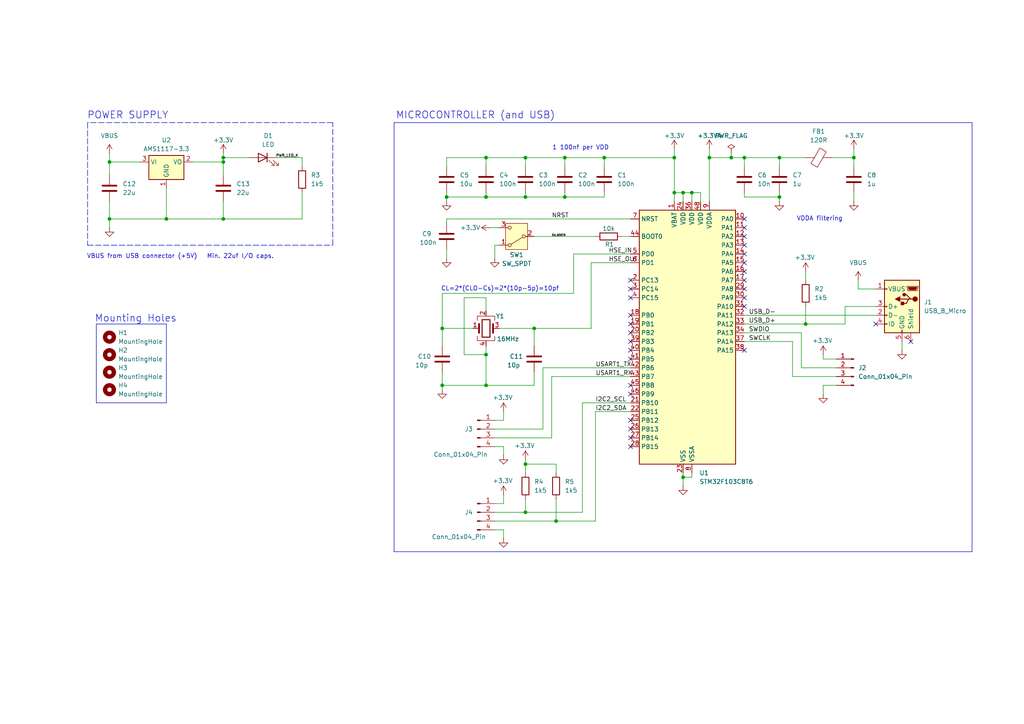
<source format=kicad_sch>
(kicad_sch (version 20231120) (generator "eeschema") (generator_version "8.0")
  (paper "A4")
  (title_block (title "STM32-F1") (date "2024-12-25") (company "WINTERS"))
  (lib_symbols
    (symbol "Connector:Conn_01x04_Pin" (pin_names (offset 1.016) hide)
      (property "Reference" "J" (at 0 5.08 0))
      (property "Value" "Conn_01x04_Pin" (at 0 -7.62 0))
      (symbol "Conn_01x04_Pin_1_1"
        (polyline (pts (xy 1.27 -5.08) (xy 0.8636 -5.08)) (stroke (width 0.1524)))
        (polyline (pts (xy 1.27 -2.54) (xy 0.8636 -2.54)) (stroke (width 0.1524)))
        (polyline (pts (xy 1.27 0) (xy 0.8636 0)) (stroke (width 0.1524)))
        (polyline (pts (xy 1.27 2.54) (xy 0.8636 2.54)) (stroke (width 0.1524)))
        (rectangle (start 0.8636 -4.953) (end 0 -5.207) (stroke (width 0.1524)) (fill (type outline)))
        (rectangle (start 0.8636 -2.413) (end 0 -2.667) (stroke (width 0.1524)) (fill (type outline)))
        (rectangle (start 0.8636 0.127) (end 0 -0.127) (stroke (width 0.1524)) (fill (type outline)))
        (rectangle (start 0.8636 2.667) (end 0 2.413) (stroke (width 0.1524)) (fill (type outline)))
        (pin passive line (at 5.08 2.54 180) (length 3.81) (name "Pin_1") (number "1"))
        (pin passive line (at 5.08 0 180) (length 3.81) (name "Pin_2") (number "2"))
        (pin passive line (at 5.08 -2.54 180) (length 3.81) (name "Pin_3") (number "3"))
        (pin passive line (at 5.08 -5.08 180) (length 3.81) (name "Pin_4") (number "4"))
      )
    )
    (symbol "Connector:USB_B_Micro" (pin_names (offset 1.016))
      (property "Reference" "J" (at -5.08 11.43 0))
      (property "Value" "USB_B_Micro" (at -5.08 8.89 0))
      (symbol "USB_B_Micro_0_1"
        (rectangle (start -5.08 -7.62) (end 5.08 7.62) (stroke (width 0.254)) (fill (type background)))
        (circle (center -3.81 2.159) (radius 0.635) (stroke (width 0.254)) (fill (type outline)))
        (circle (center -0.635 3.429) (radius 0.381) (stroke (width 0.254)) (fill (type outline)))
        (rectangle (start -0.127 -7.62) (end 0.127 -6.858))
        (polyline (pts (xy -1.905 2.159) (xy 0.635 2.159)) (stroke (width 0.254)))
        (polyline (pts (xy -3.175 2.159) (xy -2.54 2.159) (xy -1.27 3.429) (xy -0.635 3.429)) (stroke (width 0.254)))
        (polyline (pts (xy -2.54 2.159) (xy -1.905 2.159) (xy -1.27 0.889) (xy 0 0.889)) (stroke (width 0.254)))
        (polyline (pts (xy 0.635 2.794) (xy 0.635 1.524) (xy 1.905 2.159) (xy 0.635 2.794)) (stroke (width 0.254)) (fill (type outline)))
        (polyline (pts (xy -4.318 5.588) (xy -1.778 5.588) (xy -2.032 4.826) (xy -4.064 4.826) (xy -4.318 5.588)) (fill (type outline)))
        (polyline (pts (xy -4.699 5.842) (xy -4.699 5.588) (xy -4.445 4.826) (xy -4.445 4.572) (xy -1.651 4.572) (xy -1.651 4.826) (xy -1.397 5.588) (xy -1.397 5.842) (xy -4.699 5.842)))
        (rectangle (start 0.254 1.27) (end -0.508 0.508) (stroke (width 0.254)) (fill (type outline)))
        (rectangle (start 5.08 -5.207) (end 4.318 -4.953))
        (rectangle (start 5.08 -2.667) (end 4.318 -2.413))
        (rectangle (start 5.08 -0.127) (end 4.318 0.127))
        (rectangle (start 5.08 4.953) (end 4.318 5.207))
      )
      (symbol "USB_B_Micro_1_1"
        (pin power_out line (at 7.62 5.08 180) (length 2.54) (name "VBUS") (number "1"))
        (pin bidirectional line (at 7.62 -2.54 180) (length 2.54) (name "D-") (number "2"))
        (pin bidirectional line (at 7.62 0 180) (length 2.54) (name "D+") (number "3"))
        (pin passive line (at 7.62 -5.08 180) (length 2.54) (name "ID") (number "4"))
        (pin power_out line (at 0 -10.16 90) (length 2.54) (name "GND") (number "5"))
        (pin passive line (at -2.54 -10.16 90) (length 2.54) (name "Shield") (number "6"))
      )
    )
    (symbol "Device:C" (pin_numbers hide) (pin_names (offset 0.254))
      (property "Reference" "C" (at 0.635 2.54 0))
      (property "Value" "C" (at 0.635 -2.54 0))
      (symbol "C_0_1"
        (polyline (pts (xy -2.032 -0.762) (xy 2.032 -0.762)) (stroke (width 0.508)))
        (polyline (pts (xy -2.032 0.762) (xy 2.032 0.762)) (stroke (width 0.508)))
      )
      (symbol "C_1_1"
        (pin passive line (at 0 3.81 270) (length 2.794) (name "~") (number "1"))
        (pin passive line (at 0 -3.81 90) (length 2.794) (name "~") (number "2"))
      )
    )
    (symbol "Device:Crystal_GND24" (pin_names (offset 1.016) hide)
      (property "Reference" "Y" (at 3.175 5.08 0))
      (property "Value" "Crystal_GND24" (at 3.175 3.175 0))
      (symbol "Crystal_GND24_0_1"
        (rectangle (start -1.143 2.54) (end 1.143 -2.54) (stroke (width 0.3048)))
        (polyline (pts (xy -2.54 0) (xy -2.032 0)))
        (polyline (pts (xy -2.032 -1.27) (xy -2.032 1.27)) (stroke (width 0.508)))
        (polyline (pts (xy 0 -3.81) (xy 0 -3.556)))
        (polyline (pts (xy 0 3.556) (xy 0 3.81)))
        (polyline (pts (xy 2.032 -1.27) (xy 2.032 1.27)) (stroke (width 0.508)))
        (polyline (pts (xy 2.032 0) (xy 2.54 0)))
        (polyline (pts (xy -2.54 -2.286) (xy -2.54 -3.556) (xy 2.54 -3.556) (xy 2.54 -2.286)))
        (polyline (pts (xy -2.54 2.286) (xy -2.54 3.556) (xy 2.54 3.556) (xy 2.54 2.286)))
      )
      (symbol "Crystal_GND24_1_1"
        (pin passive line (at -3.81 0 0) (length 1.27) (name "1") (number "1"))
        (pin passive line (at 0 5.08 270) (length 1.27) (name "2") (number "2"))
        (pin passive line (at 3.81 0 180) (length 1.27) (name "3") (number "3"))
        (pin passive line (at 0 -5.08 90) (length 1.27) (name "4") (number "4"))
      )
    )
    (symbol "Device:FerriteBead" (pin_numbers hide) (pin_names (offset 0))
      (property "Reference" "FB" (at -3.81 0.635 90))
      (property "Value" "FerriteBead" (at 3.81 0 90))
      (symbol "FerriteBead_0_1"
        (polyline (pts (xy 0 -1.27) (xy 0 -1.2192)))
        (polyline (pts (xy 0 1.27) (xy 0 1.2954)))
        (polyline (pts (xy -2.7686 0.4064) (xy -1.7018 2.2606) (xy 2.7686 -0.3048) (xy 1.6764 -2.159) (xy -2.7686 0.4064)))
      )
      (symbol "FerriteBead_1_1"
        (pin passive line (at 0 3.81 270) (length 2.54) (name "~") (number "1"))
        (pin passive line (at 0 -3.81 90) (length 2.54) (name "~") (number "2"))
      )
    )
    (symbol "Device:LED" (pin_numbers hide) (pin_names (offset 1.016) hide)
      (property "Reference" "D" (at 0 2.54 0))
      (property "Value" "LED" (at 0 -2.54 0))
      (symbol "LED_0_1"
        (polyline (pts (xy -1.27 -1.27) (xy -1.27 1.27)) (stroke (width 0.254)))
        (polyline (pts (xy -1.27 0) (xy 1.27 0)))
        (polyline (pts (xy 1.27 -1.27) (xy 1.27 1.27) (xy -1.27 0) (xy 1.27 -1.27)) (stroke (width 0.254)))
        (polyline (pts (xy -3.048 -0.762) (xy -4.572 -2.286) (xy -3.81 -2.286) (xy -4.572 -2.286) (xy -4.572 -1.524)))
        (polyline (pts (xy -1.778 -0.762) (xy -3.302 -2.286) (xy -2.54 -2.286) (xy -3.302 -2.286) (xy -3.302 -1.524)))
      )
      (symbol "LED_1_1"
        (pin passive line (at -3.81 0 0) (length 2.54) (name "K") (number "1"))
        (pin passive line (at 3.81 0 180) (length 2.54) (name "A") (number "2"))
      )
    )
    (symbol "Device:R" (pin_numbers hide) (pin_names (offset 0))
      (property "Reference" "R" (at 2.032 0 90))
      (property "Value" "R" (at 0 0 90))
      (symbol "R_0_1"
        (rectangle (start -1.016 -2.54) (end 1.016 2.54) (stroke (width 0.254)))
      )
      (symbol "R_1_1"
        (pin passive line (at 0 3.81 270) (length 1.27) (name "~") (number "1"))
        (pin passive line (at 0 -3.81 90) (length 1.27) (name "~") (number "2"))
      )
    )
    (symbol "MCU_ST_STM32F1:STM32F103C8Tx"
      (property "Reference" "U" (at -12.7 39.37 0))
      (property "Value" "STM32F103C8Tx" (at 10.16 39.37 0))
      (symbol "STM32F103C8Tx_0_1"
        (rectangle (start -12.7 -35.56) (end 15.24 38.1) (stroke (width 0.254)) (fill (type background)))
      )
      (symbol "STM32F103C8Tx_1_1"
        (pin power_in line (at -2.54 40.64 270) (length 2.54) (name "VBAT") (number "1"))
        (pin bidirectional line (at 17.78 35.56 180) (length 2.54) (name "PA0") (number "10"))
        (pin bidirectional line (at 17.78 33.02 180) (length 2.54) (name "PA1") (number "11"))
        (pin bidirectional line (at 17.78 30.48 180) (length 2.54) (name "PA2") (number "12"))
        (pin bidirectional line (at 17.78 27.94 180) (length 2.54) (name "PA3") (number "13"))
        (pin bidirectional line (at 17.78 25.4 180) (length 2.54) (name "PA4") (number "14"))
        (pin bidirectional line (at 17.78 22.86 180) (length 2.54) (name "PA5") (number "15"))
        (pin bidirectional line (at 17.78 20.32 180) (length 2.54) (name "PA6") (number "16"))
        (pin bidirectional line (at 17.78 17.78 180) (length 2.54) (name "PA7") (number "17"))
        (pin bidirectional line (at -15.24 7.62 0) (length 2.54) (name "PB0") (number "18"))
        (pin bidirectional line (at -15.24 5.08 0) (length 2.54) (name "PB1") (number "19"))
        (pin bidirectional line (at -15.24 17.78 0) (length 2.54) (name "PC13") (number "2"))
        (pin bidirectional line (at -15.24 2.54 0) (length 2.54) (name "PB2") (number "20"))
        (pin bidirectional line (at -15.24 -17.78 0) (length 2.54) (name "PB10") (number "21"))
        (pin bidirectional line (at -15.24 -20.32 0) (length 2.54) (name "PB11") (number "22"))
        (pin power_in line (at 0 -38.1 90) (length 2.54) (name "VSS") (number "23"))
        (pin power_in line (at 0 40.64 270) (length 2.54) (name "VDD") (number "24"))
        (pin bidirectional line (at -15.24 -22.86 0) (length 2.54) (name "PB12") (number "25"))
        (pin bidirectional line (at -15.24 -25.4 0) (length 2.54) (name "PB13") (number "26"))
        (pin bidirectional line (at -15.24 -27.94 0) (length 2.54) (name "PB14") (number "27"))
        (pin bidirectional line (at -15.24 -30.48 0) (length 2.54) (name "PB15") (number "28"))
        (pin bidirectional line (at 17.78 15.24 180) (length 2.54) (name "PA8") (number "29"))
        (pin bidirectional line (at -15.24 15.24 0) (length 2.54) (name "PC14") (number "3"))
        (pin bidirectional line (at 17.78 12.7 180) (length 2.54) (name "PA9") (number "30"))
        (pin bidirectional line (at 17.78 10.16 180) (length 2.54) (name "PA10") (number "31"))
        (pin bidirectional line (at 17.78 7.62 180) (length 2.54) (name "PA11") (number "32"))
        (pin bidirectional line (at 17.78 5.08 180) (length 2.54) (name "PA12") (number "33"))
        (pin bidirectional line (at 17.78 2.54 180) (length 2.54) (name "PA13") (number "34"))
        (pin passive line (at 0 -38.1 90) (length 2.54) hide (name "VSS") (number "35"))
        (pin power_in line (at 2.54 40.64 270) (length 2.54) (name "VDD") (number "36"))
        (pin bidirectional line (at 17.78 0 180) (length 2.54) (name "PA14") (number "37"))
        (pin bidirectional line (at 17.78 -2.54 180) (length 2.54) (name "PA15") (number "38"))
        (pin bidirectional line (at -15.24 0 0) (length 2.54) (name "PB3") (number "39"))
        (pin bidirectional line (at -15.24 12.7 0) (length 2.54) (name "PC15") (number "4"))
        (pin bidirectional line (at -15.24 -2.54 0) (length 2.54) (name "PB4") (number "40"))
        (pin bidirectional line (at -15.24 -5.08 0) (length 2.54) (name "PB5") (number "41"))
        (pin bidirectional line (at -15.24 -7.62 0) (length 2.54) (name "PB6") (number "42"))
        (pin bidirectional line (at -15.24 -10.16 0) (length 2.54) (name "PB7") (number "43"))
        (pin input line (at -15.24 30.48 0) (length 2.54) (name "BOOT0") (number "44"))
        (pin bidirectional line (at -15.24 -12.7 0) (length 2.54) (name "PB8") (number "45"))
        (pin bidirectional line (at -15.24 -15.24 0) (length 2.54) (name "PB9") (number "46"))
        (pin passive line (at 0 -38.1 90) (length 2.54) hide (name "VSS") (number "47"))
        (pin power_in line (at 5.08 40.64 270) (length 2.54) (name "VDD") (number "48"))
        (pin bidirectional line (at -15.24 25.4 0) (length 2.54) (name "PD0") (number "5"))
        (pin bidirectional line (at -15.24 22.86 0) (length 2.54) (name "PD1") (number "6"))
        (pin input line (at -15.24 35.56 0) (length 2.54) (name "NRST") (number "7"))
        (pin power_in line (at 2.54 -38.1 90) (length 2.54) (name "VSSA") (number "8"))
        (pin power_in line (at 7.62 40.64 270) (length 2.54) (name "VDDA") (number "9"))
      )
    )
    (symbol "Mechanical:MountingHole" (pin_names (offset 1.016)) (exclude_from_sim yes) (in_bom no)
      (property "Reference" "H" (at 0 5.08 0))
      (property "Value" "MountingHole" (at 0 3.175 0))
      (symbol "MountingHole_0_1"
        (circle (center 0 0) (radius 1.27) (stroke (width 1.27)))
      )
    )
    (symbol "Regulator_Linear:AMS1117-3.3"
      (property "Reference" "U" (at -3.81 3.175 0))
      (property "Value" "AMS1117-3.3" (at 0 3.175 0))
      (symbol "AMS1117-3.3_0_1"
        (rectangle (start -5.08 -5.08) (end 5.08 1.905) (stroke (width 0.254)) (fill (type background)))
      )
      (symbol "AMS1117-3.3_1_1"
        (pin power_in line (at 0 -7.62 90) (length 2.54) (name "GND") (number "1"))
        (pin power_out line (at 7.62 0 180) (length 2.54) (name "VO") (number "2"))
        (pin power_in line (at -7.62 0 0) (length 2.54) (name "VI") (number "3"))
      )
    )
    (symbol "Switch:SW_SPDT" (pin_names (offset 0) hide)
      (property "Reference" "SW" (at 0 5.08 0))
      (property "Value" "SW_SPDT" (at 0 -5.08 0))
      (symbol "SW_SPDT_0_1"
        (circle (center -2.032 0) (radius 0.4572))
        (polyline (pts (xy -1.651 0.254) (xy 1.651 2.286)))
        (circle (center 2.032 -2.54) (radius 0.4572))
        (circle (center 2.032 2.54) (radius 0.4572))
      )
      (symbol "SW_SPDT_1_1"
        (rectangle (start -3.175 3.81) (end 3.175 -3.81) (fill (type background)))
        (pin passive line (at 5.08 2.54 180) (length 2.54) (name "A") (number "1"))
        (pin passive line (at -5.08 0 0) (length 2.54) (name "B") (number "2"))
        (pin passive line (at 5.08 -2.54 180) (length 2.54) (name "C") (number "3"))
      )
    )
    (symbol "power:+3.3V" (power) (pin_numbers hide) (pin_names (offset 0) hide)
      (property "Value" "+3.3V" (at 0 3.556 0))
      (symbol "+3.3V_0_1"
        (polyline (pts (xy -0.762 1.27) (xy 0 2.54)))
        (polyline (pts (xy 0 0) (xy 0 2.54)))
        (polyline (pts (xy 0 2.54) (xy 0.762 1.27)))
      )
      (symbol "+3.3V_1_1"
        (pin power_in line (at 0 0 90) (length 0) (name "~") (number "1"))
      )
    )
    (symbol "power:+3.3VA" (power) (pin_numbers hide) (pin_names (offset 0) hide)
      (property "Value" "+3.3VA" (at 0 3.556 0))
      (symbol "+3.3VA_0_1"
        (polyline (pts (xy -0.762 1.27) (xy 0 2.54)))
        (polyline (pts (xy 0 0) (xy 0 2.54)))
        (polyline (pts (xy 0 2.54) (xy 0.762 1.27)))
      )
      (symbol "+3.3VA_1_1"
        (pin power_in line (at 0 0 90) (length 0) (name "~") (number "1"))
      )
    )
    (symbol "power:GND" (power) (pin_numbers hide) (pin_names (offset 0) hide)
      (property "Value" "GND" (at 0 -3.81 0))
      (symbol "GND_0_1"
        (polyline (pts (xy 0 0) (xy 0 -1.27) (xy 1.27 -1.27) (xy 0 -2.54) (xy -1.27 -1.27) (xy 0 -1.27)))
      )
      (symbol "GND_1_1"
        (pin power_in line (at 0 0 270) (length 0) (name "~") (number "1"))
      )
    )
    (symbol "power:PWR_FLAG" (power) (pin_numbers hide) (pin_names (offset 0) hide)
      (property "Value" "PWR_FLAG" (at 0 3.81 0))
      (symbol "PWR_FLAG_0_0"
        (pin power_out line (at 0 0 90) (length 0) (name "~") (number "1"))
      )
      (symbol "PWR_FLAG_0_1"
        (polyline (pts (xy 0 0) (xy 0 1.27) (xy -1.016 1.905) (xy 0 2.54) (xy 1.016 1.905) (xy 0 1.27)))
      )
    )
    (symbol "power:VBUS" (power) (pin_numbers hide) (pin_names (offset 0) hide)
      (property "Value" "VBUS" (at 0 3.556 0))
      (symbol "VBUS_0_1"
        (polyline (pts (xy -0.762 1.27) (xy 0 2.54)))
        (polyline (pts (xy 0 0) (xy 0 2.54)))
        (polyline (pts (xy 0 2.54) (xy 0.762 1.27)))
      )
      (symbol "VBUS_1_1"
        (pin power_in line (at 0 0 90) (length 0) (name "~") (number "1"))
      )
    )
  )
  (junction (at 247.65 45.72))
  (junction (at 31.75 63.5))
  (junction (at 128.27 111.76))
  (junction (at 195.58 45.72))
  (junction (at 175.26 45.72))
  (junction (at 226.06 45.72))
  (junction (at 140.97 102.87))
  (junction (at 226.06 57.15))
  (junction (at 212.09 45.72))
  (junction (at 64.77 46.99))
  (junction (at 152.4 57.15))
  (junction (at 233.68 93.98))
  (junction (at 195.58 55.88))
  (junction (at 198.12 138.43))
  (junction (at 215.9 45.72))
  (junction (at 129.54 57.15))
  (junction (at 128.27 95.25))
  (junction (at 161.29 151.13))
  (junction (at 163.83 57.15))
  (junction (at 31.75 46.99))
  (junction (at 64.77 63.5))
  (junction (at 64.77 45.72))
  (junction (at 140.97 45.72))
  (junction (at 154.94 95.25))
  (junction (at 140.97 57.15))
  (junction (at 140.97 111.76))
  (junction (at 205.74 45.72))
  (junction (at 198.12 55.88))
  (junction (at 152.4 148.59))
  (junction (at 152.4 45.72))
  (junction (at 48.26 63.5))
  (junction (at 152.4 134.62))
  (junction (at 200.66 55.88))
  (junction (at 163.83 45.72))
  (no_connect (at 215.9 76.2))
  (no_connect (at 182.88 129.54))
  (no_connect (at 215.9 101.6))
  (no_connect (at 254 93.98))
  (no_connect (at 215.9 71.12))
  (no_connect (at 182.88 81.28))
  (no_connect (at 215.9 86.36))
  (no_connect (at 182.88 114.3))
  (no_connect (at 264.16 99.06))
  (no_connect (at 215.9 68.58))
  (no_connect (at 182.88 93.98))
  (no_connect (at 182.88 96.52))
  (no_connect (at 182.88 99.06))
  (no_connect (at 182.88 104.14))
  (no_connect (at 215.9 78.74))
  (no_connect (at 215.9 63.5))
  (no_connect (at 182.88 121.92))
  (no_connect (at 182.88 91.44))
  (no_connect (at 182.88 111.76))
  (no_connect (at 215.9 81.28))
  (no_connect (at 182.88 86.36))
  (no_connect (at 215.9 88.9))
  (no_connect (at 182.88 101.6))
  (no_connect (at 215.9 73.66))
  (no_connect (at 215.9 83.82))
  (no_connect (at 182.88 124.46))
  (no_connect (at 182.88 83.82))
  (no_connect (at 215.9 66.04))
  (no_connect (at 182.88 127))
  (wire (pts (xy 140.97 55.88) (xy 140.97 57.15)))
  (wire (pts (xy 146.05 146.05) (xy 146.05 143.51)))
  (wire (pts (xy 215.9 48.26) (xy 215.9 45.72)))
  (wire (pts (xy 143.51 121.92) (xy 146.05 121.92)))
  (wire (pts (xy 143.51 151.13) (xy 161.29 151.13)))
  (wire (pts (xy 245.11 88.9) (xy 245.11 93.98)))
  (wire (pts (xy 200.66 58.42) (xy 200.66 55.88)))
  (wire (pts (xy 168.91 116.84) (xy 182.88 116.84)))
  (wire (pts (xy 205.74 45.72) (xy 205.74 58.42)))
  (wire (pts (xy 129.54 48.26) (xy 129.54 45.72)))
  (wire (pts (xy 143.51 71.12) (xy 143.51 74.93)))
  (polyline (pts (xy 281.94 160.02) (xy 114.3 160.02)))
  (wire (pts (xy 154.94 95.25) (xy 154.94 100.33)))
  (wire (pts (xy 232.41 96.52) (xy 232.41 106.68)))
  (polyline (pts (xy 25.4 35.56) (xy 25.4 71.12)) (stroke (width 0) (type dash)))
  (wire (pts (xy 215.9 96.52) (xy 232.41 96.52)))
  (wire (pts (xy 64.77 58.42) (xy 64.77 63.5)))
  (wire (pts (xy 64.77 44.45) (xy 64.77 45.72)))
  (wire (pts (xy 212.09 44.45) (xy 212.09 45.72)))
  (wire (pts (xy 140.97 90.17) (xy 140.97 86.36)))
  (wire (pts (xy 238.76 114.3) (xy 238.76 111.76)))
  (wire (pts (xy 215.9 55.88) (xy 215.9 57.15)))
  (wire (pts (xy 261.62 99.06) (xy 261.62 101.6)))
  (wire (pts (xy 180.34 68.58) (xy 182.88 68.58)))
  (wire (pts (xy 172.72 119.38) (xy 182.88 119.38)))
  (wire (pts (xy 247.65 43.18) (xy 247.65 45.72)))
  (wire (pts (xy 128.27 95.25) (xy 128.27 100.33)))
  (wire (pts (xy 64.77 46.99) (xy 64.77 50.8)))
  (wire (pts (xy 87.63 63.5) (xy 64.77 63.5)))
  (wire (pts (xy 172.72 151.13) (xy 172.72 119.38)))
  (polyline (pts (xy 281.94 35.56) (xy 281.94 160.02)))
  (wire (pts (xy 215.9 99.06) (xy 229.87 99.06)))
  (wire (pts (xy 171.45 95.25) (xy 171.45 76.2)))
  (wire (pts (xy 198.12 55.88) (xy 195.58 55.88)))
  (wire (pts (xy 175.26 45.72) (xy 195.58 45.72)))
  (wire (pts (xy 154.94 107.95) (xy 154.94 111.76)))
  (wire (pts (xy 247.65 45.72) (xy 247.65 48.26)))
  (wire (pts (xy 160.02 127) (xy 160.02 109.22)))
  (wire (pts (xy 143.51 124.46) (xy 157.48 124.46)))
  (wire (pts (xy 163.83 57.15) (xy 163.83 55.88)))
  (wire (pts (xy 134.62 86.36) (xy 134.62 102.87)))
  (wire (pts (xy 152.4 144.78) (xy 152.4 148.59)))
  (wire (pts (xy 233.68 88.9) (xy 233.68 93.98)))
  (wire (pts (xy 229.87 109.22) (xy 242.57 109.22)))
  (wire (pts (xy 154.94 95.25) (xy 171.45 95.25)))
  (wire (pts (xy 80.01 45.72) (xy 87.63 45.72)))
  (wire (pts (xy 31.75 58.42) (xy 31.75 63.5)))
  (wire (pts (xy 31.75 63.5) (xy 31.75 66.04)))
  (wire (pts (xy 140.97 102.87) (xy 140.97 111.76)))
  (wire (pts (xy 198.12 138.43) (xy 198.12 140.97)))
  (polyline (pts (xy 27.94 116.84) (xy 48.26 116.84)))
  (wire (pts (xy 140.97 48.26) (xy 140.97 45.72)))
  (wire (pts (xy 163.83 45.72) (xy 175.26 45.72)))
  (wire (pts (xy 129.54 63.5) (xy 182.88 63.5)))
  (wire (pts (xy 245.11 88.9) (xy 254 88.9)))
  (polyline (pts (xy 96.52 35.56) (xy 25.4 35.56)) (stroke (width 0) (type dash)))
  (wire (pts (xy 128.27 111.76) (xy 128.27 113.03)))
  (wire (pts (xy 142.24 66.04) (xy 144.78 66.04)))
  (polyline (pts (xy 48.26 116.84) (xy 48.26 93.98)))
  (wire (pts (xy 48.26 54.61) (xy 48.26 63.5)))
  (wire (pts (xy 241.3 45.72) (xy 247.65 45.72)))
  (wire (pts (xy 154.94 68.58) (xy 172.72 68.58)))
  (wire (pts (xy 163.83 57.15) (xy 175.26 57.15)))
  (wire (pts (xy 140.97 100.33) (xy 140.97 102.87)))
  (wire (pts (xy 233.68 78.74) (xy 233.68 81.28)))
  (polyline (pts (xy 96.52 71.12) (xy 96.52 35.56)) (stroke (width 0) (type dash)))
  (wire (pts (xy 157.48 124.46) (xy 157.48 106.68)))
  (polyline (pts (xy 114.3 35.56) (xy 281.94 35.56)))
  (wire (pts (xy 195.58 45.72) (xy 195.58 55.88)))
  (wire (pts (xy 143.51 153.67) (xy 146.05 153.67)))
  (wire (pts (xy 198.12 58.42) (xy 198.12 55.88)))
  (wire (pts (xy 175.26 57.15) (xy 175.26 55.88)))
  (wire (pts (xy 229.87 99.06) (xy 229.87 109.22)))
  (wire (pts (xy 152.4 134.62) (xy 152.4 137.16)))
  (wire (pts (xy 140.97 111.76) (xy 128.27 111.76)))
  (wire (pts (xy 152.4 57.15) (xy 163.83 57.15)))
  (wire (pts (xy 128.27 85.09) (xy 128.27 95.25)))
  (wire (pts (xy 129.54 64.77) (xy 129.54 63.5)))
  (wire (pts (xy 48.26 63.5) (xy 31.75 63.5)))
  (wire (pts (xy 31.75 44.45) (xy 31.75 46.99)))
  (wire (pts (xy 171.45 76.2) (xy 182.88 76.2)))
  (wire (pts (xy 247.65 55.88) (xy 247.65 58.42)))
  (wire (pts (xy 152.4 57.15) (xy 152.4 55.88)))
  (wire (pts (xy 143.51 129.54) (xy 146.05 129.54)))
  (wire (pts (xy 238.76 102.87) (xy 238.76 104.14)))
  (wire (pts (xy 166.37 73.66) (xy 166.37 85.09)))
  (wire (pts (xy 64.77 45.72) (xy 64.77 46.99)))
  (wire (pts (xy 226.06 55.88) (xy 226.06 57.15)))
  (wire (pts (xy 140.97 45.72) (xy 152.4 45.72)))
  (wire (pts (xy 146.05 129.54) (xy 146.05 132.08)))
  (wire (pts (xy 152.4 45.72) (xy 163.83 45.72)))
  (wire (pts (xy 248.92 81.28) (xy 248.92 83.82)))
  (wire (pts (xy 143.51 146.05) (xy 146.05 146.05)))
  (wire (pts (xy 195.58 43.18) (xy 195.58 45.72)))
  (wire (pts (xy 248.92 83.82) (xy 254 83.82)))
  (wire (pts (xy 161.29 144.78) (xy 161.29 151.13)))
  (wire (pts (xy 140.97 57.15) (xy 152.4 57.15)))
  (wire (pts (xy 128.27 107.95) (xy 128.27 111.76)))
  (wire (pts (xy 163.83 45.72) (xy 163.83 48.26)))
  (wire (pts (xy 226.06 57.15) (xy 226.06 58.42)))
  (wire (pts (xy 140.97 57.15) (xy 129.54 57.15)))
  (wire (pts (xy 152.4 45.72) (xy 152.4 48.26)))
  (polyline (pts (xy 27.94 93.98) (xy 27.94 116.84)))
  (wire (pts (xy 146.05 153.67) (xy 146.05 156.21)))
  (wire (pts (xy 203.2 58.42) (xy 203.2 55.88)))
  (wire (pts (xy 31.75 50.8) (xy 31.75 46.99)))
  (wire (pts (xy 140.97 86.36) (xy 134.62 86.36)))
  (wire (pts (xy 128.27 95.25) (xy 137.16 95.25)))
  (wire (pts (xy 129.54 45.72) (xy 140.97 45.72)))
  (wire (pts (xy 215.9 57.15) (xy 226.06 57.15)))
  (wire (pts (xy 129.54 55.88) (xy 129.54 57.15)))
  (wire (pts (xy 134.62 102.87) (xy 140.97 102.87)))
  (wire (pts (xy 161.29 134.62) (xy 152.4 134.62)))
  (wire (pts (xy 200.66 137.16) (xy 200.66 138.43)))
  (wire (pts (xy 215.9 45.72) (xy 212.09 45.72)))
  (wire (pts (xy 144.78 95.25) (xy 154.94 95.25)))
  (wire (pts (xy 87.63 45.72) (xy 87.63 48.26)))
  (polyline (pts (xy 27.94 93.98) (xy 48.26 93.98)))
  (wire (pts (xy 195.58 55.88) (xy 195.58 58.42)))
  (wire (pts (xy 200.66 138.43) (xy 198.12 138.43)))
  (wire (pts (xy 152.4 148.59) (xy 168.91 148.59)))
  (wire (pts (xy 166.37 85.09) (xy 128.27 85.09)))
  (wire (pts (xy 226.06 45.72) (xy 215.9 45.72)))
  (wire (pts (xy 238.76 111.76) (xy 242.57 111.76)))
  (wire (pts (xy 226.06 48.26) (xy 226.06 45.72)))
  (wire (pts (xy 55.88 46.99) (xy 64.77 46.99)))
  (wire (pts (xy 143.51 127) (xy 160.02 127)))
  (wire (pts (xy 212.09 45.72) (xy 205.74 45.72)))
  (wire (pts (xy 168.91 148.59) (xy 168.91 116.84)))
  (wire (pts (xy 232.41 106.68) (xy 242.57 106.68)))
  (wire (pts (xy 87.63 55.88) (xy 87.63 63.5)))
  (wire (pts (xy 161.29 151.13) (xy 172.72 151.13)))
  (wire (pts (xy 215.9 93.98) (xy 233.68 93.98)))
  (wire (pts (xy 238.76 104.14) (xy 242.57 104.14)))
  (wire (pts (xy 198.12 137.16) (xy 198.12 138.43)))
  (wire (pts (xy 215.9 91.44) (xy 254 91.44)))
  (wire (pts (xy 200.66 55.88) (xy 198.12 55.88)))
  (wire (pts (xy 157.48 106.68) (xy 182.88 106.68)))
  (wire (pts (xy 161.29 137.16) (xy 161.29 134.62)))
  (wire (pts (xy 226.06 45.72) (xy 233.68 45.72)))
  (wire (pts (xy 152.4 133.35) (xy 152.4 134.62)))
  (wire (pts (xy 129.54 72.39) (xy 129.54 74.93)))
  (wire (pts (xy 64.77 63.5) (xy 48.26 63.5)))
  (wire (pts (xy 129.54 57.15) (xy 129.54 58.42)))
  (wire (pts (xy 143.51 148.59) (xy 152.4 148.59)))
  (wire (pts (xy 205.74 43.18) (xy 205.74 45.72)))
  (wire (pts (xy 64.77 45.72) (xy 72.39 45.72)))
  (polyline (pts (xy 114.3 35.56) (xy 114.3 160.02)))
  (wire (pts (xy 160.02 109.22) (xy 182.88 109.22)))
  (wire (pts (xy 144.78 71.12) (xy 143.51 71.12)))
  (polyline (pts (xy 25.4 71.12) (xy 96.52 71.12)) (stroke (width 0) (type dash)))
  (wire (pts (xy 154.94 111.76) (xy 140.97 111.76)))
  (wire (pts (xy 146.05 121.92) (xy 146.05 119.38)))
  (wire (pts (xy 203.2 55.88) (xy 200.66 55.88)))
  (wire (pts (xy 166.37 73.66) (xy 182.88 73.66)))
  (wire (pts (xy 31.75 46.99) (xy 40.64 46.99)))
  (wire (pts (xy 175.26 48.26) (xy 175.26 45.72)))
  (wire (pts (xy 233.68 93.98) (xy 245.11 93.98)))
  (text "MICROCONTROLLER (and USB)" (at 137.922 33.528 0) (effects (font (size 2.032 2.032))))
  (text "1 100nf per VDD\n" (at 168.402 42.926 0) (effects (font (size 1.27 1.27))))
  (text "VBUS from USB connector (+5V)   Min. 22uf I/O caps." (at 52.324 74.422 0) (effects (font (size 1.27 1.27))))
  (text "Mounting Holes" (at 39.37 92.456 0) (effects (font (size 2.032 2.032))))
  (text "CL=2*(CLO-Cs)=2*(10p-5p)=10pf" (at 145.034 83.82 0) (effects (font (size 1.27 1.27))))
  (text "POWER SUPPLY" (at 37.084 33.528 0) (effects (font (size 2.032 2.032))))
  (text "VDDA filtering" (at 237.744 63.5 0) (effects (font (size 1.27 1.27))))
  (label "USB_D-" (at 217.17 91.44 0))
  (label "SWCLK" (at 217.17 99.06 0))
  (label "I2C2_SCL" (at 172.72 116.84 0))
  (label "SW_BOOT0" (at 160.02 68.58 0) (effects (font (size 0.508 0.508))))
  (label "PWR_LED_K" (at 80.01 45.72 0) (effects (font (size 0.762 0.762))))
  (label "USB_D+" (at 217.17 93.98 0))
  (label "SWDIO" (at 217.17 96.52 0))
  (label "HSE_OUT" (at 176.53 76.2 0))
  (label "HSE_IN" (at 176.53 73.66 0))
  (label "USART1_RX" (at 172.72 109.22 0))
  (label "USART1_TX" (at 172.72 106.68 0))
  (label "NRST" (at 160.02 63.5 0))
  (label "I2C2_SDA" (at 172.72 119.38 0))
  (symbol (lib_id "Device:FerriteBead") (at 237.49 45.72 90) (unit 1)
    (property "Reference" "FB1" (at 237.4392 38.1 90))
    (property "Value" "120R" (at 237.4392 40.64 90))
    (property "Footprint" "Inductor_SMD:L_0402_1005Metric" (effects (hide yes)))
    (property "Description" "Ferrite bead" (effects (hide yes)))
  )
  (symbol (lib_id "Device:C") (at 154.94 104.14 0) (unit 1)
    (property "Reference" "C11" (at 147.828 103.378 0) (effects (justify left)))
    (property "Value" "10p" (at 147.066 105.918 0) (effects (justify left)))
    (property "Footprint" "Capacitor_SMD:C_0402_1005Metric" (effects (hide yes)))
    (property "Description" "Unpolarized capacitor" (effects (hide yes)))
  )
  (symbol (lib_id "Device:R") (at 161.29 140.97 0) (unit 1)
    (property "Reference" "R5" (at 163.83 139.6999 0) (effects (justify left)))
    (property "Value" "1k5" (at 163.83 142.2399 0) (effects (justify left)))
    (property "Footprint" "Resistor_SMD:R_0402_1005Metric" (effects (hide yes)))
    (property "Description" "Resistor" (effects (hide yes)))
  )
  (symbol (lib_id "Device:C") (at 175.26 52.07 0) (unit 1)
    (property "Reference" "C1" (at 179.07 50.7999 0) (effects (justify left)))
    (property "Value" "100n" (at 179.07 53.3399 0) (effects (justify left)))
    (property "Footprint" "Capacitor_SMD:C_0402_1005Metric" (effects (hide yes)))
    (property "Description" "Unpolarized capacitor" (effects (hide yes)))
  )
  (symbol (lib_id "Device:C") (at 163.83 52.07 0) (unit 1)
    (property "Reference" "C2" (at 167.64 50.7999 0) (effects (justify left)))
    (property "Value" "100n" (at 167.64 53.3399 0) (effects (justify left)))
    (property "Footprint" "Capacitor_SMD:C_0402_1005Metric" (effects (hide yes)))
    (property "Description" "Unpolarized capacitor" (effects (hide yes)))
  )
  (symbol (lib_id "Mechanical:MountingHole") (at 31.75 97.79 0) (unit 1) (exclude_from_sim yes) (in_bom no)
    (property "Reference" "H1" (at 34.29 96.5199 0) (effects (justify left)))
    (property "Value" "MountingHole" (at 34.29 99.0599 0) (effects (justify left)))
    (property "Footprint" "MountingHole:MountingHole_2.2mm_M2" (effects (hide yes)))
    (property "Description" "Mounting Hole without connection" (effects (hide yes)))
  )
  (symbol (lib_id "Device:C") (at 129.54 68.58 0) (unit 1)
    (property "Reference" "C9" (at 122.428 67.818 0) (effects (justify left)))
    (property "Value" "100n" (at 121.666 70.358 0) (effects (justify left)))
    (property "Footprint" "Capacitor_SMD:C_0402_1005Metric" (effects (hide yes)))
    (property "Description" "Unpolarized capacitor" (effects (hide yes)))
  )
  (symbol (lib_id "Regulator_Linear:AMS1117-3.3") (at 48.26 46.99 0) (unit 1)
    (property "Reference" "U2" (at 48.26 40.64 0))
    (property "Value" "AMS1117-3.3" (at 48.26 43.18 0))
    (property "Footprint" "Package_TO_SOT_SMD:SOT-223-3_TabPin2" (effects (hide yes)))
    (property "Datasheet" "http://www.advanced-monolithic.com/pdf/ds1117.pdf" (effects (hide yes)))
    (property "Description" "1A Low Dropout regulator, positive, 3.3V fixed output, SOT-223" (effects (hide yes)))
  )
  (symbol (lib_id "power:GND") (at 143.51 74.93 0) (unit 1)
    (property "Reference" "#PWR09" (effects (hide yes)))
    (property "Value" "GND" (effects (hide yes)))
    (property "Description" "Power symbol creates a global label with name \"GND\" , ground" (effects (hide yes)))
  )
  (symbol (lib_id "power:GND") (at 226.06 58.42 0) (unit 1)
    (property "Reference" "#PWR04" (effects (hide yes)))
    (property "Value" "GND" (effects (hide yes)))
    (property "Description" "Power symbol creates a global label with name \"GND\" , ground" (effects (hide yes)))
  )
  (symbol (lib_id "Device:R") (at 87.63 52.07 0) (unit 1)
    (property "Reference" "R3" (at 90.17 50.7999 0) (effects (justify left)))
    (property "Value" "1k5" (at 90.17 53.3399 0) (effects (justify left)))
    (property "Footprint" "Resistor_SMD:R_0402_1005Metric" (effects (hide yes)))
    (property "Description" "Resistor" (effects (hide yes)))
  )
  (symbol (lib_id "Device:C") (at 128.27 104.14 0) (unit 1)
    (property "Reference" "C10" (at 121.158 103.378 0) (effects (justify left)))
    (property "Value" "10p" (at 120.396 105.918 0) (effects (justify left)))
    (property "Footprint" "Capacitor_SMD:C_0402_1005Metric" (effects (hide yes)))
    (property "Description" "Unpolarized capacitor" (effects (hide yes)))
  )
  (symbol (lib_id "Device:C") (at 152.4 52.07 0) (unit 1)
    (property "Reference" "C3" (at 156.21 50.7999 0) (effects (justify left)))
    (property "Value" "100n" (at 156.21 53.3399 0) (effects (justify left)))
    (property "Footprint" "Capacitor_SMD:C_0402_1005Metric" (effects (hide yes)))
    (property "Description" "Unpolarized capacitor" (effects (hide yes)))
  )
  (symbol (lib_id "power:+3.3V") (at 64.77 44.45 0) (unit 1)
    (property "Reference" "#PWR019" (effects (hide yes)))
    (property "Value" "+3.3V" (at 64.77 40.64 0))
    (property "Description" "Power symbol creates a global label with name \"+3.3V\"" (effects (hide yes)))
  )
  (symbol (lib_id "Mechanical:MountingHole") (at 31.75 102.87 0) (unit 1) (exclude_from_sim yes) (in_bom no)
    (property "Reference" "H2" (at 34.29 101.5999 0) (effects (justify left)))
    (property "Value" "MountingHole" (at 34.29 104.1399 0) (effects (justify left)))
    (property "Footprint" "MountingHole:MountingHole_2.2mm_M2" (effects (hide yes)))
    (property "Description" "Mounting Hole without connection" (effects (hide yes)))
  )
  (symbol (lib_id "power:+3.3VA") (at 205.74 43.18 0) (unit 1)
    (property "Reference" "#PWR06" (effects (hide yes)))
    (property "Value" "+3.3VA" (at 205.74 39.37 0))
    (property "Description" "Power symbol creates a global label with name \"+3.3VA\"" (effects (hide yes)))
  )
  (symbol (lib_id "Device:R") (at 152.4 140.97 0) (unit 1)
    (property "Reference" "R4" (at 154.94 139.6999 0) (effects (justify left)))
    (property "Value" "1k5" (at 154.94 142.2399 0) (effects (justify left)))
    (property "Footprint" "Resistor_SMD:R_0402_1005Metric" (effects (hide yes)))
    (property "Description" "Resistor" (effects (hide yes)))
  )
  (symbol (lib_id "Mechanical:MountingHole") (at 31.75 113.03 0) (unit 1) (exclude_from_sim yes) (in_bom no)
    (property "Reference" "H4" (at 34.29 111.7599 0) (effects (justify left)))
    (property "Value" "MountingHole" (at 34.29 114.2999 0) (effects (justify left)))
    (property "Footprint" "MountingHole:MountingHole_2.2mm_M2" (effects (hide yes)))
    (property "Description" "Mounting Hole without connection" (effects (hide yes)))
  )
  (symbol (lib_id "Connector:Conn_01x04_Pin") (at 247.65 106.68 0) (mirror y) (unit 1)
    (property "Reference" "J2" (at 248.92 106.6799 0) (effects (justify right)))
    (property "Value" "Conn_01x04_Pin" (at 248.92 109.2199 0) (effects (justify right)))
    (property "Footprint" "Connector_PinHeader_2.54mm:PinHeader_1x04_P2.54mm_Vertical" (effects (hide yes)))
    (property "Description" "Generic connector, single row, 01x04, script generated" (effects (hide yes)))
  )
  (symbol (lib_id "power:GND") (at 146.05 156.21 0) (unit 1)
    (property "Reference" "#PWR024" (effects (hide yes)))
    (property "Value" "GND" (effects (hide yes)))
    (property "Description" "Power symbol creates a global label with name \"GND\" , ground" (effects (hide yes)))
  )
  (symbol (lib_id "Device:LED") (at 76.2 45.72 0) (mirror y) (unit 1)
    (property "Reference" "D1" (at 77.7875 39.37 0))
    (property "Value" "LED" (at 77.7875 41.91 0))
    (property "Footprint" "LED_SMD:LED_0402_1005Metric" (effects (hide yes)))
    (property "Description" "Light emitting diode" (effects (hide yes)))
  )
  (symbol (lib_id "power:GND") (at 129.54 58.42 0) (unit 1)
    (property "Reference" "#PWR03" (effects (hide yes)))
    (property "Value" "GND" (effects (hide yes)))
    (property "Description" "Power symbol creates a global label with name \"GND\" , ground" (effects (hide yes)))
  )
  (symbol (lib_id "Device:C") (at 247.65 52.07 0) (unit 1)
    (property "Reference" "C8" (at 251.46 50.7999 0) (effects (justify left)))
    (property "Value" "1u" (at 251.46 53.3399 0) (effects (justify left)))
    (property "Footprint" "Capacitor_SMD:C_0402_1005Metric" (effects (hide yes)))
    (property "Description" "Unpolarized capacitor" (effects (hide yes)))
  )
  (symbol (lib_id "Device:C") (at 129.54 52.07 0) (unit 1)
    (property "Reference" "C5" (at 133.35 50.7999 0) (effects (justify left)))
    (property "Value" "10u" (at 133.35 53.3399 0) (effects (justify left)))
    (property "Footprint" "Capacitor_SMD:C_0603_1608Metric" (effects (hide yes)))
    (property "Description" "Unpolarized capacitor" (effects (hide yes)))
  )
  (symbol (lib_id "MCU_ST_STM32F1:STM32F103C8Tx") (at 198.12 99.06 0) (unit 1)
    (property "Reference" "U1" (at 202.8541 137.16 0) (effects (justify left)))
    (property "Value" "STM32F103C8T6" (at 202.8541 139.7 0) (effects (justify left)))
    (property "Footprint" "Package_QFP:LQFP-48_7x7mm_P0.5mm" (effects (hide yes)))
    (property "Datasheet" "https://www.st.com/resource/en/datasheet/stm32f103c8.pdf" (effects (hide yes)))
    (property "Description" "STMicroelectronics Arm Cortex-M3 MCU, 64KB flash, 20KB RAM, 72 MHz, 2.0-3.6V, 37 GPIO, LQFP48" (effects (hide yes)))
  )
  (symbol (lib_id "power:+3.3V") (at 142.24 66.04 90) (unit 1)
    (property "Reference" "#PWR010" (effects (hide yes)))
    (property "Value" "+3.3V" (at 136.398 66.04 90))
    (property "Description" "Power symbol creates a global label with name \"+3.3V\"" (effects (hide yes)))
  )
  (symbol (lib_id "power:GND") (at 247.65 58.42 0) (unit 1)
    (property "Reference" "#PWR05" (effects (hide yes)))
    (property "Value" "GND" (effects (hide yes)))
    (property "Description" "Power symbol creates a global label with name \"GND\" , ground" (effects (hide yes)))
  )
  (symbol (lib_id "power:GND") (at 198.12 140.97 0) (unit 1)
    (property "Reference" "#PWR01" (effects (hide yes)))
    (property "Value" "GND" (effects (hide yes)))
    (property "Description" "Power symbol creates a global label with name \"GND\" , ground" (effects (hide yes)))
  )
  (symbol (lib_id "Device:C") (at 226.06 52.07 0) (unit 1)
    (property "Reference" "C7" (at 229.87 50.7999 0) (effects (justify left)))
    (property "Value" "1u" (at 229.87 53.3399 0) (effects (justify left)))
    (property "Footprint" "Capacitor_SMD:C_0402_1005Metric" (effects (hide yes)))
    (property "Description" "Unpolarized capacitor" (effects (hide yes)))
  )
  (symbol (lib_id "power:GND") (at 146.05 132.08 0) (unit 1)
    (property "Reference" "#PWR021" (effects (hide yes)))
    (property "Value" "GND" (effects (hide yes)))
    (property "Description" "Power symbol creates a global label with name \"GND\" , ground" (effects (hide yes)))
  )
  (symbol (lib_id "power:+3.3V") (at 195.58 43.18 0) (unit 1)
    (property "Reference" "#PWR02" (effects (hide yes)))
    (property "Value" "+3.3V" (at 195.58 39.37 0))
    (property "Description" "Power symbol creates a global label with name \"+3.3V\"" (effects (hide yes)))
  )
  (symbol (lib_id "Switch:SW_SPDT") (at 149.86 68.58 180) (unit 1)
    (property "Reference" "SW1" (at 149.86 73.914 0))
    (property "Value" "SW_SPDT" (at 149.86 76.454 0))
    (property "Footprint" "Package_TO_SOT_SMD:SOT-323_SC-70" (effects (hide yes)))
    (property "Description" "Switch, single pole double throw" (effects (hide yes)))
  )
  (symbol (lib_id "Device:R") (at 233.68 85.09 0) (unit 1)
    (property "Reference" "R2" (at 236.22 83.8199 0) (effects (justify left)))
    (property "Value" "1k5" (at 236.22 86.3599 0) (effects (justify left)))
    (property "Footprint" "Resistor_SMD:R_0402_1005Metric" (effects (hide yes)))
    (property "Description" "Resistor" (effects (hide yes)))
  )
  (symbol (lib_id "Connector:USB_B_Micro") (at 261.62 88.9 0) (mirror y) (unit 1)
    (property "Reference" "J1" (at 267.97 87.6299 0) (effects (justify right)))
    (property "Value" "USB_B_Micro" (at 267.97 90.1699 0) (effects (justify right)))
    (property "Footprint" "Connector_USB:USB_Micro-B_Molex_47346-0001" (effects (hide yes)))
    (property "Description" "USB Micro Type B connector" (effects (hide yes)))
  )
  (symbol (lib_id "power:+3.3V") (at 238.76 102.87 0) (unit 1)
    (property "Reference" "#PWR015" (effects (hide yes)))
    (property "Value" "+3.3V" (at 238.506 98.806 0))
    (property "Description" "Power symbol creates a global label with name \"+3.3V\"" (effects (hide yes)))
  )
  (symbol (lib_id "power:+3.3V") (at 152.4 133.35 0) (unit 1)
    (property "Reference" "#PWR022" (effects (hide yes)))
    (property "Value" "+3.3V" (at 152.146 129.286 0))
    (property "Description" "Power symbol creates a global label with name \"+3.3V\"" (effects (hide yes)))
  )
  (symbol (lib_id "power:+3.3V") (at 146.05 119.38 0) (unit 1)
    (property "Reference" "#PWR020" (effects (hide yes)))
    (property "Value" "+3.3V" (at 145.796 115.316 0))
    (property "Description" "Power symbol creates a global label with name \"+3.3V\"" (effects (hide yes)))
  )
  (symbol (lib_id "Connector:Conn_01x04_Pin") (at 138.43 148.59 0) (unit 1)
    (property "Reference" "J4" (at 137.16 148.5899 0) (effects (justify right)))
    (property "Value" "Conn_01x04_Pin" (at 140.97 155.702 0) (effects (justify right)))
    (property "Footprint" "Connector_PinHeader_2.54mm:PinHeader_1x04_P2.54mm_Vertical" (effects (hide yes)))
    (property "Description" "Generic connector, single row, 01x04, script generated" (effects (hide yes)))
  )
  (symbol (lib_id "power:VBUS") (at 31.75 44.45 0) (unit 1)
    (property "Reference" "#PWR018" (effects (hide yes)))
    (property "Value" "VBUS" (at 31.75 39.37 0))
    (property "Description" "Power symbol creates a global label with name \"VBUS\"" (effects (hide yes)))
  )
  (symbol (lib_id "power:GND") (at 238.76 114.3 0) (unit 1)
    (property "Reference" "#PWR016" (effects (hide yes)))
    (property "Value" "GND" (effects (hide yes)))
    (property "Description" "Power symbol creates a global label with name \"GND\" , ground" (effects (hide yes)))
  )
  (symbol (lib_id "power:+3.3V") (at 233.68 78.74 0) (unit 1)
    (property "Reference" "#PWR014" (effects (hide yes)))
    (property "Value" "+3.3V" (at 233.426 74.676 0))
    (property "Description" "Power symbol creates a global label with name \"+3.3V\"" (effects (hide yes)))
  )
  (symbol (lib_id "Mechanical:MountingHole") (at 31.75 107.95 0) (unit 1) (exclude_from_sim yes) (in_bom no)
    (property "Reference" "H3" (at 34.29 106.6799 0) (effects (justify left)))
    (property "Value" "MountingHole" (at 34.29 109.2199 0) (effects (justify left)))
    (property "Footprint" "MountingHole:MountingHole_2.2mm_M2" (effects (hide yes)))
    (property "Description" "Mounting Hole without connection" (effects (hide yes)))
  )
  (symbol (lib_id "power:+3.3V") (at 146.05 143.51 0) (unit 1)
    (property "Reference" "#PWR023" (effects (hide yes)))
    (property "Value" "+3.3V" (at 145.796 139.446 0))
    (property "Description" "Power symbol creates a global label with name \"+3.3V\"" (effects (hide yes)))
  )
  (symbol (lib_id "Device:C") (at 140.97 52.07 0) (unit 1)
    (property "Reference" "C4" (at 144.78 50.7999 0) (effects (justify left)))
    (property "Value" "100n" (at 144.78 53.3399 0) (effects (justify left)))
    (property "Footprint" "Capacitor_SMD:C_0402_1005Metric" (effects (hide yes)))
    (property "Description" "Unpolarized capacitor" (effects (hide yes)))
  )
  (symbol (lib_id "Device:R") (at 176.53 68.58 90) (unit 1)
    (property "Reference" "R1" (at 176.784 70.866 90))
    (property "Value" "10k" (at 176.53 66.294 90))
    (property "Footprint" "Resistor_SMD:R_0402_1005Metric" (effects (hide yes)))
    (property "Description" "Resistor" (effects (hide yes)))
  )
  (symbol (lib_id "power:+3.3V") (at 247.65 43.18 0) (unit 1)
    (property "Reference" "#PWR07" (effects (hide yes)))
    (property "Value" "+3.3V" (at 247.65 39.37 0))
    (property "Description" "Power symbol creates a global label with name \"+3.3V\"" (effects (hide yes)))
  )
  (symbol (lib_id "power:VBUS") (at 248.92 81.28 0) (unit 1)
    (property "Reference" "#PWR013" (effects (hide yes)))
    (property "Value" "VBUS" (at 248.92 76.2 0))
    (property "Description" "Power symbol creates a global label with name \"VBUS\"" (effects (hide yes)))
  )
  (symbol (lib_id "Connector:Conn_01x04_Pin") (at 138.43 124.46 0) (unit 1)
    (property "Reference" "J3" (at 137.16 124.4599 0) (effects (justify right)))
    (property "Value" "Conn_01x04_Pin" (at 141.478 131.826 0) (effects (justify right)))
    (property "Footprint" "Connector_PinHeader_2.54mm:PinHeader_1x04_P2.54mm_Vertical" (effects (hide yes)))
    (property "Description" "Generic connector, single row, 01x04, script generated" (effects (hide yes)))
  )
  (symbol (lib_id "Device:C") (at 215.9 52.07 0) (unit 1)
    (property "Reference" "C6" (at 219.71 50.7999 0) (effects (justify left)))
    (property "Value" "10n" (at 219.71 53.3399 0) (effects (justify left)))
    (property "Footprint" "Capacitor_SMD:C_0402_1005Metric" (effects (hide yes)))
    (property "Description" "Unpolarized capacitor" (effects (hide yes)))
  )
  (symbol (lib_id "Device:C") (at 64.77 54.61 0) (unit 1)
    (property "Reference" "C13" (at 68.58 53.3399 0) (effects (justify left)))
    (property "Value" "22u" (at 68.58 55.8799 0) (effects (justify left)))
    (property "Footprint" "Capacitor_SMD:C_0805_2012Metric" (effects (hide yes)))
    (property "Description" "Unpolarized capacitor" (effects (hide yes)))
  )
  (symbol (lib_id "power:GND") (at 31.75 66.04 0) (unit 1)
    (property "Reference" "#PWR017" (effects (hide yes)))
    (property "Value" "GND" (effects (hide yes)))
    (property "Description" "Power symbol creates a global label with name \"GND\" , ground" (effects (hide yes)))
  )
  (symbol (lib_id "Device:Crystal_GND24") (at 140.97 95.25 0) (unit 1)
    (property "Reference" "Y1" (at 145.034 91.694 0))
    (property "Value" "16MHz" (at 147.32 98.298 0))
    (property "Footprint" "Crystal:Crystal_SMD_3225-4Pin_3.2x2.5mm" (effects (hide yes)))
    (property "Description" "Four pin crystal, GND on pins 2 and 4" (effects (hide yes)))
  )
  (symbol (lib_id "power:PWR_FLAG") (at 212.09 44.45 0) (unit 1)
    (property "Reference" "#FLG01" (effects (hide yes)))
    (property "Value" "PWR_FLAG" (at 212.09 39.37 0))
    (property "Description" "Special symbol for telling ERC where power comes from" (effects (hide yes)))
  )
  (symbol (lib_id "Device:C") (at 31.75 54.61 0) (unit 1)
    (property "Reference" "C12" (at 35.56 53.3399 0) (effects (justify left)))
    (property "Value" "22u" (at 35.56 55.8799 0) (effects (justify left)))
    (property "Footprint" "Capacitor_SMD:C_0805_2012Metric" (effects (hide yes)))
    (property "Description" "Unpolarized capacitor" (effects (hide yes)))
  )
  (symbol (lib_id "power:GND") (at 261.62 101.6 0) (unit 1)
    (property "Reference" "#PWR012" (effects (hide yes)))
    (property "Value" "GND" (effects (hide yes)))
    (property "Description" "Power symbol creates a global label with name \"GND\" , ground" (effects (hide yes)))
  )
  (symbol (lib_id "power:GND") (at 129.54 74.93 0) (unit 1)
    (property "Reference" "#PWR08" (effects (hide yes)))
    (property "Value" "GND" (effects (hide yes)))
    (property "Description" "Power symbol creates a global label with name \"GND\" , ground" (effects (hide yes)))
  )
  (symbol (lib_id "power:GND") (at 128.27 113.03 0) (unit 1)
    (property "Reference" "#PWR011" (effects (hide yes)))
    (property "Value" "GND" (effects (hide yes)))
    (property "Description" "Power symbol creates a global label with name \"GND\" , ground" (effects (hide yes)))
  )
)
</source>
